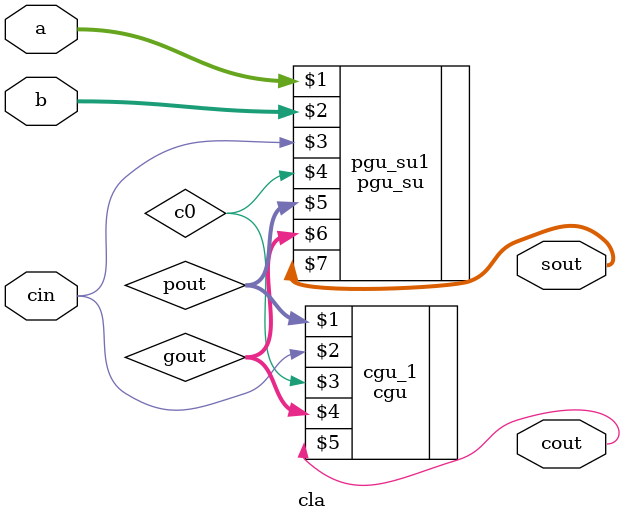
<source format=v>
`include "pgu_su.v"
`include "cgu.v"
module cla(a, b, cin, cout, sout);
	input [1:0] a; 
	input [1:0] b;
	input cin;
	output [1:0] sout;
	output cout;
	wire [1:0] pout;
	wire [1:0] gout;
	wire c0;
	
	pgu_su pgu_su1(a, b, cin, c0, pout, gout, sout);
	cgu cgu_1(pout, cin, c0, gout, cout);	

endmodule

</source>
